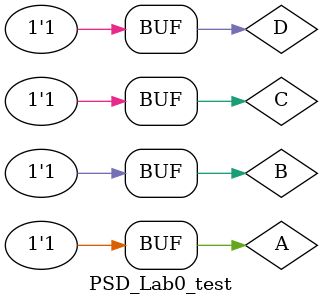
<source format=v>
`timescale 1ns / 1ps


module PSD_Lab0_test;

	// Inputs
	reg A;
	reg B;
	reg C;
	reg D;

	// Outputs
	wire G1;
	wire G2;
	wire G3;
	wire G4;

	// Instantiate the Unit Under Test (UUT)
	PSD_Lab0 uut (
		.A(A), 
		.B(B), 
		.C(C), 
		.D(D), 
		.G1(G1), 
		.G2(G2), 
		.G3(G3), 
		.G4(G4)
	);

	initial begin
		// Initialize Inputs
		A = 0; B = 0; C = 0; D = 0;	#100;
		A = 0; B = 0; C = 0; D = 1;	#100;
		A = 0; B = 0; C = 1; D = 0;	#100;
		A = 0; B = 0; C = 1; D = 1;	#100;
		A = 0; B = 1; C = 0; D = 0;	#100;
		A = 0; B = 1; C = 0; D = 1;	#100;
		A = 0; B = 1; C = 1; D = 0;	#100;
		A = 0; B = 1; C = 1; D = 1;	#100;
		A = 1; B = 0; C = 0; D = 0;	#100;
		A = 1; B = 0; C = 0; D = 1;	#100;
		A = 1; B = 0; C = 1; D = 0;	#100;
		A = 1; B = 0; C = 1; D = 1;	#100;
		A = 1; B = 1; C = 0; D = 0;	#100;
		A = 1; B = 1; C = 0; D = 1;	#100;
		A = 1; B = 1; C = 1; D = 0;	#100;
		A = 1; B = 1; C = 1; D = 1;	#100;
        
		// Add stimulus here

	end
      
endmodule


</source>
